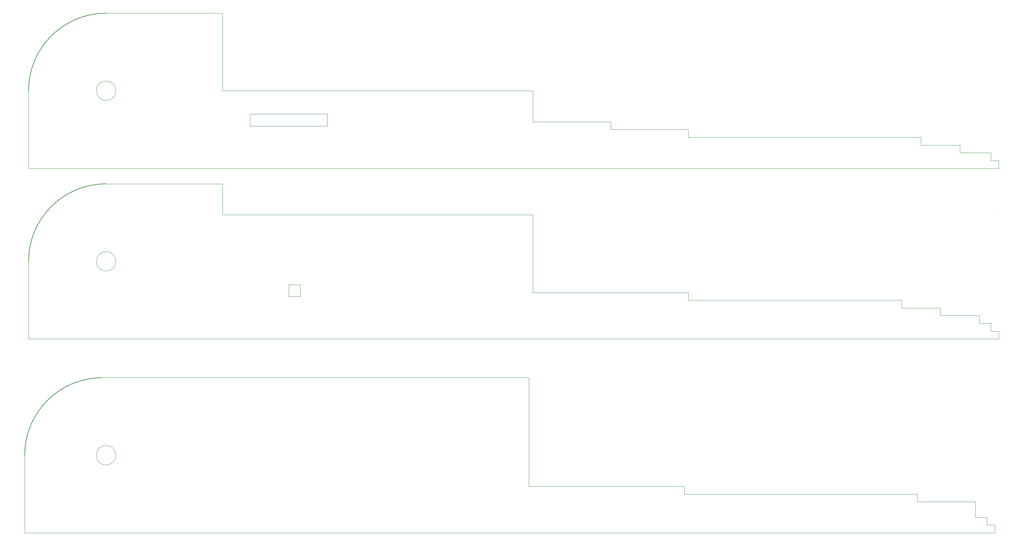
<source format=gm1>
G04 #@! TF.GenerationSoftware,KiCad,Pcbnew,7.0.9-dirty*
G04 #@! TF.CreationDate,2024-01-14T20:59:28+01:00*
G04 #@! TF.ProjectId,ranura 13857,72616e75-7261-4203-9133-3835372e6b69,1*
G04 #@! TF.SameCoordinates,Original*
G04 #@! TF.FileFunction,Profile,NP*
%FSLAX46Y46*%
G04 Gerber Fmt 4.6, Leading zero omitted, Abs format (unit mm)*
G04 Created by KiCad (PCBNEW 7.0.9-dirty) date 2024-01-14 20:59:28*
%MOMM*%
%LPD*%
G01*
G04 APERTURE LIST*
G04 #@! TA.AperFunction,Profile*
%ADD10C,0.100000*%
G04 #@! TD*
G04 #@! TA.AperFunction,Profile*
%ADD11C,0.150000*%
G04 #@! TD*
G04 APERTURE END LIST*
D10*
X75000000Y-44000000D02*
X75000000Y-24000000D01*
X275000000Y-106000000D02*
X273000000Y-106000000D01*
X250000000Y-100000000D02*
X250000000Y-98000000D01*
X255000000Y-56000000D02*
X195000000Y-56000000D01*
X154000000Y-146000000D02*
X154000000Y-118000000D01*
X269000000Y-154000000D02*
X269000000Y-150000000D01*
X175000000Y-52000000D02*
X155000000Y-52000000D01*
X274000000Y-156000000D02*
X272000000Y-156000000D01*
X24000000Y-158000000D02*
X24000000Y-158000000D01*
X272000000Y-154000000D02*
X269000000Y-154000000D01*
X155000000Y-52000000D02*
X155000000Y-44000000D01*
X265000000Y-60000000D02*
X265000000Y-58000000D01*
X273000000Y-62000000D02*
X273000000Y-60000000D01*
X24000000Y-138000000D02*
X24000000Y-138000000D01*
X155000000Y-44000000D02*
X75000000Y-44000000D01*
X25000000Y-64000000D02*
X275000000Y-64000000D01*
X273000000Y-60000000D02*
X265000000Y-60000000D01*
X47500000Y-88000000D02*
G75*
G03*
X47500000Y-88000000I-2500000J0D01*
G01*
X270000000Y-102000000D02*
X260000000Y-102000000D01*
X273000000Y-104000000D02*
X270000000Y-104000000D01*
X274000000Y-75000000D02*
X274000000Y-75000000D01*
X102002808Y-53079858D02*
X82050901Y-53080426D01*
X82050901Y-50000426D01*
X102002808Y-49999858D01*
X102002808Y-53079858D01*
D11*
X44000000Y-118000000D02*
G75*
G03*
X24000000Y-138000000I0J-20000000D01*
G01*
D10*
X275000000Y-62000000D02*
X273000000Y-62000000D01*
X154000000Y-118000000D02*
X74000000Y-118000000D01*
X24000000Y-158000000D02*
X24000000Y-138000000D01*
X260000000Y-100000000D02*
X250000000Y-100000000D01*
X47500000Y-138000000D02*
G75*
G03*
X47500000Y-138000000I-2500000J0D01*
G01*
D11*
X45000000Y-24000000D02*
G75*
G03*
X25000000Y-44000000I0J-20000000D01*
G01*
D10*
X74000000Y-118000000D02*
X44000000Y-118000000D01*
X95000000Y-97080000D02*
X92048093Y-97080568D01*
X92048093Y-94000568D01*
X95000000Y-94000000D01*
X95000000Y-97080000D01*
X175000000Y-54000000D02*
X175000000Y-52000000D01*
X75000000Y-76000000D02*
X75000000Y-68000000D01*
X25000000Y-88000000D02*
X25000000Y-88000000D01*
X259000000Y-150000000D02*
X259000000Y-150000000D01*
X269000000Y-150000000D02*
X254000000Y-150000000D01*
X265000000Y-58000000D02*
X255000000Y-58000000D01*
X25000000Y-64000000D02*
X25000000Y-64000000D01*
X25000000Y-108000000D02*
X25000000Y-88000000D01*
X275000000Y-108000000D02*
X275000000Y-106000000D01*
X272000000Y-156000000D02*
X272000000Y-154000000D01*
X25000000Y-64000000D02*
X25000000Y-44000000D01*
X270000000Y-104000000D02*
X270000000Y-102000000D01*
X75000000Y-68000000D02*
X45000000Y-68000000D01*
X254000000Y-150000000D02*
X254000000Y-148000000D01*
X254000000Y-148000000D02*
X194000000Y-148000000D01*
X25000000Y-108000000D02*
X275000000Y-108000000D01*
X155000000Y-96000000D02*
X155000000Y-76000000D01*
X260000000Y-102000000D02*
X260000000Y-100000000D01*
X194000000Y-148000000D02*
X194000000Y-146000000D01*
X195000000Y-96000000D02*
X155000000Y-96000000D01*
X195000000Y-56000000D02*
X195000000Y-54000000D01*
X195000000Y-54000000D02*
X175000000Y-54000000D01*
X47500000Y-44000000D02*
G75*
G03*
X47500000Y-44000000I-2500000J0D01*
G01*
X273000000Y-106000000D02*
X273000000Y-104000000D01*
X275000000Y-64000000D02*
X275000000Y-62000000D01*
X24000000Y-158000000D02*
X274000000Y-158000000D01*
X25000000Y-108000000D02*
X25000000Y-108000000D01*
X195000000Y-98000000D02*
X195000000Y-96000000D01*
X250000000Y-98000000D02*
X195000000Y-98000000D01*
X255000000Y-58000000D02*
X255000000Y-56000000D01*
X274000000Y-158000000D02*
X274000000Y-156000000D01*
X75000000Y-24000000D02*
X45000000Y-24000000D01*
X155000000Y-76000000D02*
X75000000Y-76000000D01*
X194000000Y-146000000D02*
X154000000Y-146000000D01*
D11*
X45000000Y-68000000D02*
G75*
G03*
X25000000Y-88000000I0J-20000000D01*
G01*
M02*

</source>
